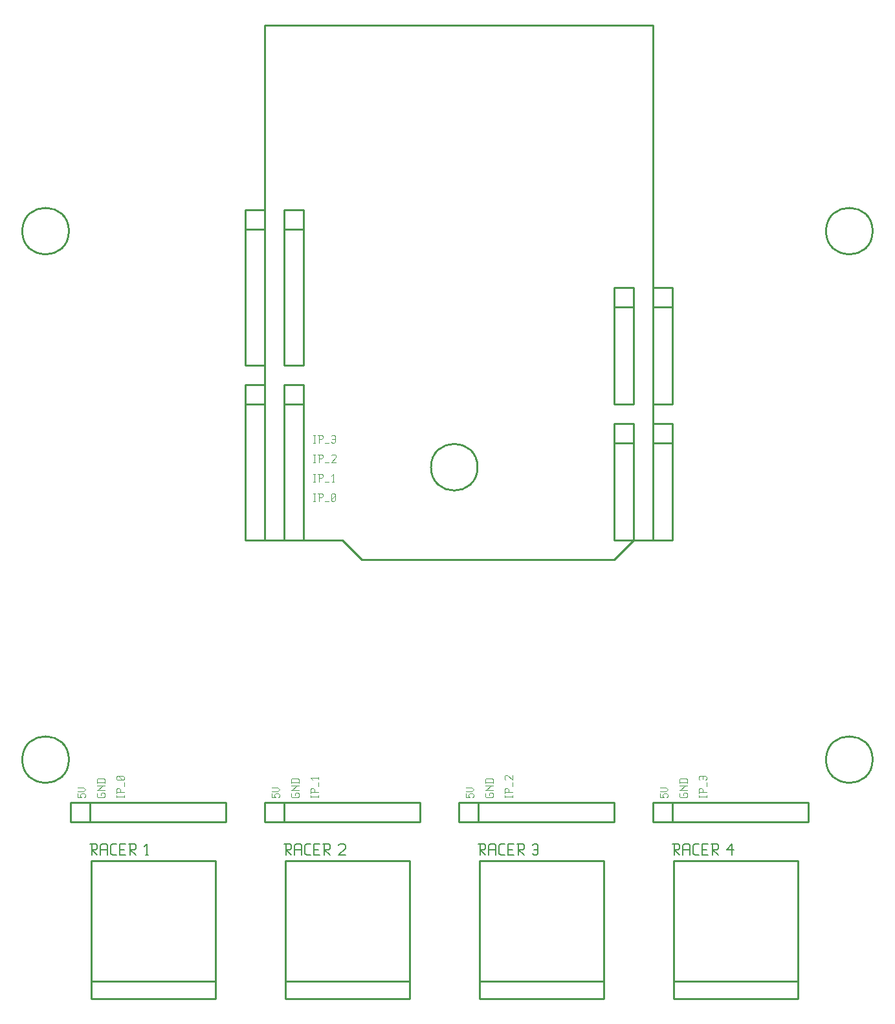
<source format=gbr>
G04 start of page 7 for group -4079 idx -4079
G04 Title: bien sucia, topsilk *
G04 Creator: pcb 20080202 *
G04 CreationDate: Wed Jan 28 20:07:03 2009 UTC *
G04 For: orluke *
G04 Format: Gerber/RS-274X *
G04 PCB-Dimensions: 450000 650000 *
G04 PCB-Coordinate-Origin: lower left *
%MOIN*%
%FSLAX24Y24*%
%LNFRONTSILK*%
%ADD12C,0.0100*%
%ADD22C,0.0040*%
%ADD23C,0.0058*%
G54D22*X32850Y15450D02*Y15250D01*
X33050D01*
X33000Y15300D01*
Y15400D02*Y15300D01*
Y15400D02*X33050Y15450D01*
X33200D01*
X33250Y15400D02*X33200Y15450D01*
X33250Y15400D02*Y15300D01*
X33200Y15250D02*X33250Y15300D01*
X32850Y15570D02*X33150D01*
X33250Y15670D01*
X33150Y15770D01*
X32850D02*X33150D01*
X33850Y15450D02*X33900Y15500D01*
X33850Y15450D02*Y15300D01*
X33900Y15250D02*X33850Y15300D01*
X33900Y15250D02*X34200D01*
X34250Y15300D01*
Y15450D02*Y15300D01*
Y15450D02*X34200Y15500D01*
X34100D02*X34200D01*
X34050Y15450D02*X34100Y15500D01*
X34050Y15450D02*Y15350D01*
X33850Y15620D02*X34250D01*
X33850D02*X33900D01*
X34150Y15870D01*
X33850D02*X34250D01*
X33850Y16040D02*X34250D01*
X33850Y16190D02*X33900Y16240D01*
X34200D01*
X34250Y16190D02*X34200Y16240D01*
X34250Y16190D02*Y15990D01*
X33850Y16190D02*Y15990D01*
X34850Y15350D02*Y15250D01*
Y15300D02*X35250D01*
Y15350D02*Y15250D01*
X34850Y15520D02*X35250D01*
X34850Y15670D02*Y15470D01*
Y15670D02*X34900Y15720D01*
X35000D01*
X35050Y15670D02*X35000Y15720D01*
X35050Y15670D02*Y15520D01*
X35250Y16040D02*Y15840D01*
X34900Y16160D02*X34850Y16210D01*
Y16310D02*Y16210D01*
Y16310D02*X34900Y16360D01*
X35200D01*
X35250Y16310D02*X35200Y16360D01*
X35250Y16310D02*Y16210D01*
X35200Y16160D02*X35250Y16210D01*
X35050Y16360D02*Y16210D01*
G54D23*X33500Y12856D02*X33788D01*
X33860Y12784D01*
Y12640D01*
X33788Y12568D02*X33860Y12640D01*
X33572Y12568D02*X33788D01*
X33572Y12856D02*Y12280D01*
Y12568D02*X33860Y12280D01*
X34032Y12784D02*Y12280D01*
Y12784D02*X34104Y12856D01*
X34320D01*
X34392Y12784D01*
Y12280D01*
X34032Y12568D02*X34392D01*
X34637Y12280D02*X34853D01*
X34565Y12352D02*X34637Y12280D01*
X34565Y12784D02*Y12352D01*
Y12784D02*X34637Y12856D01*
X34853D01*
X35026Y12568D02*X35242D01*
X35026Y12280D02*X35314D01*
X35026Y12856D02*Y12280D01*
Y12856D02*X35314D01*
X35487D02*X35775D01*
X35847Y12784D01*
Y12640D01*
X35775Y12568D02*X35847Y12640D01*
X35559Y12568D02*X35775D01*
X35559Y12856D02*Y12280D01*
Y12568D02*X35847Y12280D01*
X36279Y12568D02*X36567Y12856D01*
X36279Y12568D02*X36639D01*
X36567Y12856D02*Y12280D01*
X23500Y12856D02*X23788D01*
X23860Y12784D01*
Y12640D01*
X23788Y12568D02*X23860Y12640D01*
X23572Y12568D02*X23788D01*
X23572Y12856D02*Y12280D01*
Y12568D02*X23860Y12280D01*
X24032Y12784D02*Y12280D01*
Y12784D02*X24104Y12856D01*
X24320D01*
X24392Y12784D01*
Y12280D01*
X24032Y12568D02*X24392D01*
X24637Y12280D02*X24853D01*
X24565Y12352D02*X24637Y12280D01*
X24565Y12784D02*Y12352D01*
Y12784D02*X24637Y12856D01*
X24853D01*
X25026Y12568D02*X25242D01*
X25026Y12280D02*X25314D01*
X25026Y12856D02*Y12280D01*
Y12856D02*X25314D01*
X25487D02*X25775D01*
X25847Y12784D01*
Y12640D01*
X25775Y12568D02*X25847Y12640D01*
X25559Y12568D02*X25775D01*
X25559Y12856D02*Y12280D01*
Y12568D02*X25847Y12280D01*
X26279Y12784D02*X26351Y12856D01*
X26495D01*
X26567Y12784D01*
Y12352D01*
X26495Y12280D02*X26567Y12352D01*
X26351Y12280D02*X26495D01*
X26279Y12352D02*X26351Y12280D01*
Y12568D02*X26567D01*
G54D22*X22850Y15450D02*Y15250D01*
X23050D01*
X23000Y15300D01*
Y15400D02*Y15300D01*
Y15400D02*X23050Y15450D01*
X23200D01*
X23250Y15400D02*X23200Y15450D01*
X23250Y15400D02*Y15300D01*
X23200Y15250D02*X23250Y15300D01*
X22850Y15570D02*X23150D01*
X23250Y15670D01*
X23150Y15770D01*
X22850D02*X23150D01*
X23850Y15450D02*X23900Y15500D01*
X23850Y15450D02*Y15300D01*
X23900Y15250D02*X23850Y15300D01*
X23900Y15250D02*X24200D01*
X24250Y15300D01*
Y15450D02*Y15300D01*
Y15450D02*X24200Y15500D01*
X24100D02*X24200D01*
X24050Y15450D02*X24100Y15500D01*
X24050Y15450D02*Y15350D01*
X23850Y15620D02*X24250D01*
X23850D02*X23900D01*
X24150Y15870D01*
X23850D02*X24250D01*
X23850Y16040D02*X24250D01*
X23850Y16190D02*X23900Y16240D01*
X24200D01*
X24250Y16190D02*X24200Y16240D01*
X24250Y16190D02*Y15990D01*
X23850Y16190D02*Y15990D01*
X24850Y15350D02*Y15250D01*
Y15300D02*X25250D01*
Y15350D02*Y15250D01*
X24850Y15520D02*X25250D01*
X24850Y15670D02*Y15470D01*
Y15670D02*X24900Y15720D01*
X25000D01*
X25050Y15670D02*X25000Y15720D01*
X25050Y15670D02*Y15520D01*
X25250Y16040D02*Y15840D01*
X24900Y16160D02*X24850Y16210D01*
Y16360D02*Y16210D01*
Y16360D02*X24900Y16410D01*
X25000D01*
X25250Y16160D02*X25000Y16410D01*
X25250D02*Y16160D01*
G54D23*X13500Y12856D02*X13788D01*
X13860Y12784D01*
Y12640D01*
X13788Y12568D02*X13860Y12640D01*
X13572Y12568D02*X13788D01*
X13572Y12856D02*Y12280D01*
Y12568D02*X13860Y12280D01*
X14032Y12784D02*Y12280D01*
Y12784D02*X14104Y12856D01*
X14320D01*
X14392Y12784D01*
Y12280D01*
X14032Y12568D02*X14392D01*
X14637Y12280D02*X14853D01*
X14565Y12352D02*X14637Y12280D01*
X14565Y12784D02*Y12352D01*
Y12784D02*X14637Y12856D01*
X14853D01*
X15026Y12568D02*X15242D01*
X15026Y12280D02*X15314D01*
X15026Y12856D02*Y12280D01*
Y12856D02*X15314D01*
X15487D02*X15775D01*
X15847Y12784D01*
Y12640D01*
X15775Y12568D02*X15847Y12640D01*
X15559Y12568D02*X15775D01*
X15559Y12856D02*Y12280D01*
Y12568D02*X15847Y12280D01*
X16279Y12784D02*X16351Y12856D01*
X16567D01*
X16639Y12784D01*
Y12640D01*
X16279Y12280D02*X16639Y12640D01*
X16279Y12280D02*X16639D01*
X3500Y12856D02*X3788D01*
X3860Y12784D01*
Y12640D01*
X3788Y12568D02*X3860Y12640D01*
X3572Y12568D02*X3788D01*
X3572Y12856D02*Y12280D01*
Y12568D02*X3860Y12280D01*
X4032Y12784D02*Y12280D01*
Y12784D02*X4104Y12856D01*
X4320D01*
X4392Y12784D01*
Y12280D01*
X4032Y12568D02*X4392D01*
X4637Y12280D02*X4853D01*
X4565Y12352D02*X4637Y12280D01*
X4565Y12784D02*Y12352D01*
Y12784D02*X4637Y12856D01*
X4853D01*
X5026Y12568D02*X5242D01*
X5026Y12280D02*X5314D01*
X5026Y12856D02*Y12280D01*
Y12856D02*X5314D01*
X5487D02*X5775D01*
X5847Y12784D01*
Y12640D01*
X5775Y12568D02*X5847Y12640D01*
X5559Y12568D02*X5775D01*
X5559Y12856D02*Y12280D01*
Y12568D02*X5847Y12280D01*
X6351D02*X6495D01*
X6423Y12856D02*Y12280D01*
X6279Y12712D02*X6423Y12856D01*
G54D22*X2850Y15450D02*Y15250D01*
X3050D01*
X3000Y15300D01*
Y15400D02*Y15300D01*
Y15400D02*X3050Y15450D01*
X3200D01*
X3250Y15400D02*X3200Y15450D01*
X3250Y15400D02*Y15300D01*
X3200Y15250D02*X3250Y15300D01*
X2850Y15570D02*X3150D01*
X3250Y15670D01*
X3150Y15770D01*
X2850D02*X3150D01*
X3850Y15450D02*X3900Y15500D01*
X3850Y15450D02*Y15300D01*
X3900Y15250D02*X3850Y15300D01*
X3900Y15250D02*X4200D01*
X4250Y15300D01*
Y15450D02*Y15300D01*
Y15450D02*X4200Y15500D01*
X4100D02*X4200D01*
X4050Y15450D02*X4100Y15500D01*
X4050Y15450D02*Y15350D01*
X3850Y15620D02*X4250D01*
X3850D02*X3900D01*
X4150Y15870D01*
X3850D02*X4250D01*
X3850Y16040D02*X4250D01*
X3850Y16190D02*X3900Y16240D01*
X4200D01*
X4250Y16190D02*X4200Y16240D01*
X4250Y16190D02*Y15990D01*
X3850Y16190D02*Y15990D01*
X4850Y15350D02*Y15250D01*
Y15300D02*X5250D01*
Y15350D02*Y15250D01*
X4850Y15520D02*X5250D01*
X4850Y15670D02*Y15470D01*
Y15670D02*X4900Y15720D01*
X5000D01*
X5050Y15670D02*X5000Y15720D01*
X5050Y15670D02*Y15520D01*
X5250Y16040D02*Y15840D01*
X5200Y16160D02*X5250Y16210D01*
X4900Y16160D02*X5200D01*
X4900D02*X4850Y16210D01*
Y16310D02*Y16210D01*
Y16310D02*X4900Y16360D01*
X5200D01*
X5250Y16310D02*X5200Y16360D01*
X5250Y16310D02*Y16210D01*
X5150Y16160D02*X4950Y16360D01*
X12850Y15450D02*Y15250D01*
X13050D01*
X13000Y15300D01*
Y15400D02*Y15300D01*
Y15400D02*X13050Y15450D01*
X13200D01*
X13250Y15400D02*X13200Y15450D01*
X13250Y15400D02*Y15300D01*
X13200Y15250D02*X13250Y15300D01*
X12850Y15570D02*X13150D01*
X13250Y15670D01*
X13150Y15770D01*
X12850D02*X13150D01*
X13850Y15450D02*X13900Y15500D01*
X13850Y15450D02*Y15300D01*
X13900Y15250D02*X13850Y15300D01*
X13900Y15250D02*X14200D01*
X14250Y15300D01*
Y15450D02*Y15300D01*
Y15450D02*X14200Y15500D01*
X14100D02*X14200D01*
X14050Y15450D02*X14100Y15500D01*
X14050Y15450D02*Y15350D01*
X13850Y15620D02*X14250D01*
X13850D02*X13900D01*
X14150Y15870D01*
X13850D02*X14250D01*
X13850Y16040D02*X14250D01*
X13850Y16190D02*X13900Y16240D01*
X14200D01*
X14250Y16190D02*X14200Y16240D01*
X14250Y16190D02*Y15990D01*
X13850Y16190D02*Y15990D01*
X14850Y15350D02*Y15250D01*
Y15300D02*X15250D01*
Y15350D02*Y15250D01*
X14850Y15520D02*X15250D01*
X14850Y15670D02*Y15470D01*
Y15670D02*X14900Y15720D01*
X15000D01*
X15050Y15670D02*X15000Y15720D01*
X15050Y15670D02*Y15520D01*
X15250Y16040D02*Y15840D01*
Y16310D02*Y16210D01*
X14850Y16260D02*X15250D01*
X14950Y16160D02*X14850Y16260D01*
X15000Y33900D02*X15100D01*
X15050D02*Y33500D01*
X15000D02*X15100D01*
X15270Y33900D02*Y33500D01*
X15220Y33900D02*X15420D01*
X15470Y33850D01*
Y33750D01*
X15420Y33700D02*X15470Y33750D01*
X15270Y33700D02*X15420D01*
X15590Y33500D02*X15790D01*
X15910Y33850D02*X15960Y33900D01*
X16060D01*
X16110Y33850D01*
Y33550D01*
X16060Y33500D02*X16110Y33550D01*
X15960Y33500D02*X16060D01*
X15910Y33550D02*X15960Y33500D01*
Y33700D02*X16110D01*
X15000Y31900D02*X15100D01*
X15050D02*Y31500D01*
X15000D02*X15100D01*
X15270Y31900D02*Y31500D01*
X15220Y31900D02*X15420D01*
X15470Y31850D01*
Y31750D01*
X15420Y31700D02*X15470Y31750D01*
X15270Y31700D02*X15420D01*
X15590Y31500D02*X15790D01*
X15960D02*X16060D01*
X16010Y31900D02*Y31500D01*
X15910Y31800D02*X16010Y31900D01*
X15000Y32900D02*X15100D01*
X15050D02*Y32500D01*
X15000D02*X15100D01*
X15270Y32900D02*Y32500D01*
X15220Y32900D02*X15420D01*
X15470Y32850D01*
Y32750D01*
X15420Y32700D02*X15470Y32750D01*
X15270Y32700D02*X15420D01*
X15590Y32500D02*X15790D01*
X15910Y32850D02*X15960Y32900D01*
X16110D01*
X16160Y32850D01*
Y32750D01*
X15910Y32500D02*X16160Y32750D01*
X15910Y32500D02*X16160D01*
X15000Y30900D02*X15100D01*
X15050D02*Y30500D01*
X15000D02*X15100D01*
X15270Y30900D02*Y30500D01*
X15220Y30900D02*X15420D01*
X15470Y30850D01*
Y30750D01*
X15420Y30700D02*X15470Y30750D01*
X15270Y30700D02*X15420D01*
X15590Y30500D02*X15790D01*
X15910Y30550D02*X15960Y30500D01*
X15910Y30850D02*Y30550D01*
Y30850D02*X15960Y30900D01*
X16060D01*
X16110Y30850D01*
Y30550D01*
X16060Y30500D02*X16110Y30550D01*
X15960Y30500D02*X16060D01*
X15910Y30600D02*X16110Y30800D01*
G54D12*X41400Y44400D02*G75*G03X41400Y44400I1200J0D01*G01*
X30500Y34500D02*Y28500D01*
X31500D01*
Y34500D01*
X30500D01*
Y33500D02*X31500D01*
Y34500D01*
X32500D02*Y28500D01*
X33500D01*
Y34500D01*
X32500D01*
Y33500D02*X33500D01*
Y34500D01*
X41400Y17200D02*G75*G03X41400Y17200I1200J0D01*G01*
X0Y44400D02*G75*G03X0Y44400I1200J0D01*G01*
X13500Y45500D02*Y37500D01*
X14500D01*
Y45500D01*
X13500D01*
Y44500D02*X14500D01*
Y45500D01*
X11500D02*Y37500D01*
X12500D01*
Y45500D01*
X11500D01*
Y44500D02*X12500D01*
Y45500D01*
X32500Y55000D02*X12500D01*
Y28500D01*
X32500D02*Y55000D01*
X17500Y27500D02*X16500Y28500D01*
X17500Y27500D02*X30500D01*
X31500Y28500D02*X30500Y27500D01*
X31500Y28500D02*X32500D01*
X12500D02*X16500D01*
X30500Y41500D02*Y35500D01*
X31500D01*
Y41500D01*
X30500D01*
Y40500D02*X31500D01*
Y41500D01*
X21050Y32250D02*G75*G03X21050Y32250I1200J0D01*G01*
X32500Y41500D02*Y35500D01*
X33500D01*
Y41500D01*
X32500D01*
Y40500D02*X33500D01*
Y41500D01*
X13500Y36500D02*Y28500D01*
X14500D01*
Y36500D01*
X13500D01*
Y35500D02*X14500D01*
Y36500D01*
X11500D02*Y28500D01*
X12500D01*
Y36500D01*
X11500D01*
Y35500D02*X12500D01*
Y36500D01*
X33550Y5800D02*X39930D01*
X39950Y12000D02*Y4900D01*
X33550Y12000D02*X39950D01*
X33550D02*Y4900D01*
X39950D01*
X23550Y5800D02*X29930D01*
X29950Y12000D02*Y4900D01*
X23550Y12000D02*X29950D01*
X23550D02*Y4900D01*
X29950D01*
X13550Y5800D02*X19930D01*
X19950Y12000D02*Y4900D01*
X13550Y12000D02*X19950D01*
X13550D02*Y4900D01*
X19950D01*
X22500Y14000D02*X30500D01*
Y15000D02*Y14000D01*
X22500Y15000D02*X30500D01*
X22500D02*Y14000D01*
X23500Y15000D02*Y14000D01*
X22500Y15000D02*X23500D01*
X32500Y14000D02*X40500D01*
Y15000D02*Y14000D01*
X32500Y15000D02*X40500D01*
X32500D02*Y14000D01*
X33500Y15000D02*Y14000D01*
X32500Y15000D02*X33500D01*
X3550Y5800D02*X9930D01*
X9950Y12000D02*Y4900D01*
X3550Y12000D02*X9950D01*
X3550D02*Y4900D01*
X9950D01*
X12500Y14000D02*X20500D01*
Y15000D02*Y14000D01*
X12500Y15000D02*X20500D01*
X12500D02*Y14000D01*
X13500Y15000D02*Y14000D01*
X12500Y15000D02*X13500D01*
X2500Y14000D02*X10500D01*
Y15000D02*Y14000D01*
X2500Y15000D02*X10500D01*
X2500D02*Y14000D01*
X3500Y15000D02*Y14000D01*
X2500Y15000D02*X3500D01*
X0Y17200D02*G75*G03X0Y17200I1200J0D01*G01*
M02*

</source>
